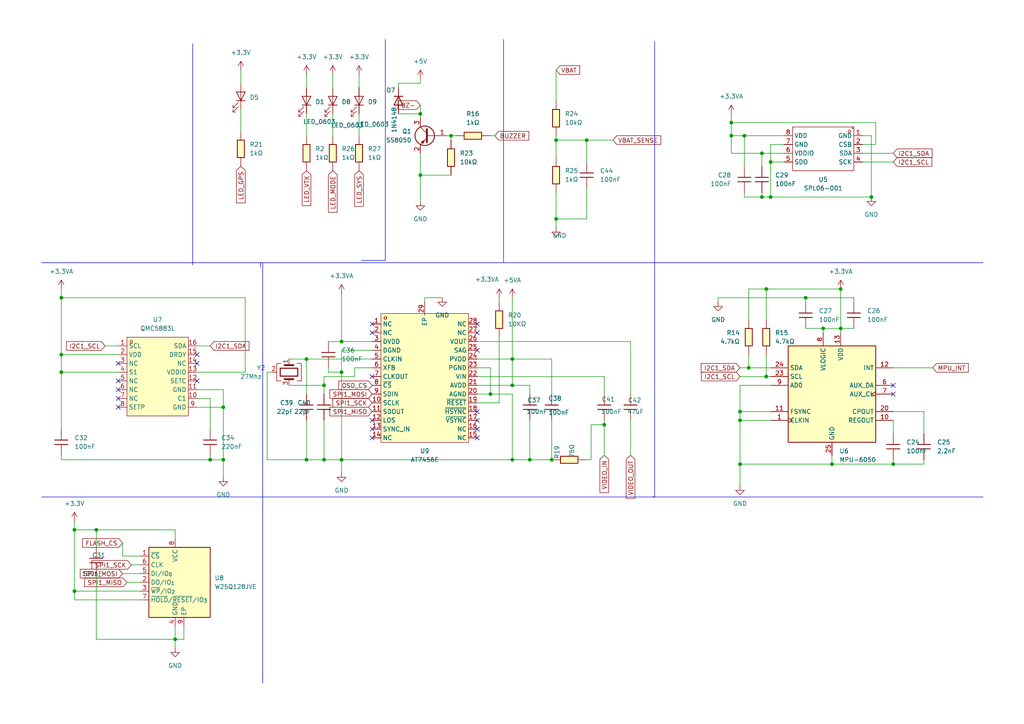
<source format=kicad_sch>
(kicad_sch (version 20250114) (generator "eeschema") (generator_version "9.0")
  (paper "A4")
  (lib_symbols
    (symbol "Device:Crystal_GND24" (pin_names (offset 1.016) (hide yes))
      (property "Reference" "Y" (at 3.175 5.08 0))
      (property "Value" "Crystal_GND24" (at 3.175 3.175 0))
      (symbol "Crystal_GND24_0_1"
        (polyline (pts (xy -2.54 2.286) (xy -2.54 3.556) (xy 2.54 3.556) (xy 2.54 2.286)))
        (polyline (pts (xy -2.54 0) (xy -2.032 0)))
        (polyline (pts (xy -2.54 -2.286) (xy -2.54 -3.556) (xy 2.54 -3.556) (xy 2.54 -2.286)))
        (polyline (pts (xy -2.032 -1.27) (xy -2.032 1.27)) (stroke (width 0.508)))
        (rectangle (start -1.143 2.54) (end 1.143 -2.54) (stroke (width 0.3048)))
        (polyline (pts (xy 0 -3.81) (xy 0 -3.556)))
        (polyline (pts (xy 2.032 0) (xy 2.54 0)))
        (polyline (pts (xy 2.032 -1.27) (xy 2.032 1.27)) (stroke (width 0.508)))
      )
      (symbol "Crystal_GND24_1_1"
        (pin passive line (at -3.81 0 0) (length 1.27) (name "1") (number "1"))
        (pin passive line (at 0 -5.08 90) (length 1.27) (name "G") (number "2"))
        (pin passive line (at 0 -5.08 90) (length 1.27) (hide yes) (name "G") (number "4"))
        (pin passive line (at 3.81 0 180) (length 1.27) (name "3") (number "3"))
      )
    )
    (symbol "Diode:1N4148" (pin_numbers (hide yes)) (pin_names (hide yes))
      (property "Reference" "D" (at 0 2.54 0))
      (property "Value" "1N4148" (at 0 -2.54 0))
      (symbol "1N4148_0_1"
        (polyline (pts (xy -1.27 1.27) (xy -1.27 -1.27)) (stroke (width 0.254)))
        (polyline (pts (xy 1.27 1.27) (xy 1.27 -1.27) (xy -1.27 0) (xy 1.27 1.27)) (stroke (width 0.254)))
        (polyline (pts (xy 1.27 0) (xy -1.27 0)))
      )
      (symbol "1N4148_1_1"
        (pin passive line (at -3.81 0 0) (length 2.54) (name "K") (number "1"))
        (pin passive line (at 3.81 0 180) (length 2.54) (name "A") (number "2"))
      )
    )
    (symbol "Memory_Flash:W25Q128JVE"
      (property "Reference" "U" (at -6.35 11.43 0))
      (property "Value" "W25Q128JVE" (at 7.62 11.43 0))
      (symbol "W25Q128JVE_0_1"
        (rectangle (start -7.62 10.16) (end 10.16 -10.16) (stroke (width 0.254)) (fill (type background)))
      )
      (symbol "W25Q128JVE_1_1"
        (pin input line (at -10.16 7.62 0) (length 2.54) (name "~{CS}") (number "1"))
        (pin input line (at -10.16 5.08 0) (length 2.54) (name "CLK") (number "6"))
        (pin bidirectional line (at -10.16 2.54 0) (length 2.54) (name "DI/IO_{0}") (number "5"))
        (pin bidirectional line (at -10.16 0 0) (length 2.54) (name "DO/IO_{1}") (number "2"))
        (pin bidirectional line (at -10.16 -2.54 0) (length 2.54) (name "~{WP}/IO_{2}") (number "3"))
        (pin bidirectional line (at -10.16 -5.08 0) (length 2.54) (name "~{HOLD}/~{RESET}/IO_{3}") (number "7"))
        (pin power_in line (at 0 12.7 270) (length 2.54) (name "VCC") (number "8"))
        (pin power_in line (at 0 -12.7 90) (length 2.54) (name "GND") (number "4"))
        (pin passive line (at 2.54 -12.7 90) (length 2.54) (name "EP") (number "9"))
      )
    )
    (symbol "PCM_fab:C_0603" (pin_numbers (hide yes))
      (property "Reference" "C" (at 0.635 2.54 0))
      (property "Value" "C_0603" (at 0.635 -2.54 0))
      (symbol "C_0603_1_1"
        (polyline (pts (xy -1.905 0.635) (xy 1.905 0.635)) (stroke (width 0.25)))
        (polyline (pts (xy -1.905 -0.635) (xy 1.905 -0.635)) (stroke (width 0.25)))
        (pin passive line (at 0 3.81 270) (length 3.175) (name "~") (number "1"))
        (pin passive line (at 0 -3.81 90) (length 3.175) (name "~") (number "2"))
      )
    )
    (symbol "PCM_fab:LED_0603" (pin_numbers (hide yes)) (pin_names (offset 1.016) (hide yes))
      (property "Reference" "D" (at 0 2.54 0))
      (property "Value" "LED_0603" (at 0 -2.54 0))
      (symbol "LED_0603_0_1"
        (polyline (pts (xy -3.048 -0.762) (xy -4.572 -2.286) (xy -3.81 -2.286) (xy -4.572 -2.286) (xy -4.572 -1.524)))
        (polyline (pts (xy -1.778 -0.762) (xy -3.302 -2.286) (xy -2.54 -2.286) (xy -3.302 -2.286) (xy -3.302 -1.524)))
        (polyline (pts (xy -1.27 0) (xy 1.27 0)))
        (polyline (pts (xy -1.27 -1.27) (xy -1.27 1.27)) (stroke (width 0.2032)))
        (polyline (pts (xy 1.27 -1.27) (xy 1.27 1.27) (xy -1.27 0) (xy 1.27 -1.27)) (stroke (width 0.2032)))
      )
      (symbol "LED_0603_1_1"
        (pin passive line (at -3.81 0 0) (length 2.54) (name "K") (number "1"))
        (pin passive line (at 3.81 0 180) (length 2.54) (name "A") (number "2"))
      )
    )
    (symbol "PCM_fab:R_0603" (pin_numbers (hide yes)) (pin_names (offset 0))
      (property "Reference" "R" (at 2.54 0 90))
      (property "Value" "R_0603" (at -2.54 0 90))
      (symbol "R_0603_0_1"
        (rectangle (start -1.016 -2.54) (end 1.016 2.54) (stroke (width 0.254)) (fill (type background)))
      )
      (symbol "R_0603_1_1"
        (pin passive line (at 0 5.08 270) (length 2.54) (name "~") (number "1"))
        (pin passive line (at 0 -5.08 90) (length 2.54) (name "~") (number "2"))
      )
    )
    (symbol "Sensor_Motion:MPU-6050"
      (property "Reference" "U6" (at 2.1433 -16.51 0))
      (property "Value" "MPU-6050" (at 2.1433 -19.05 0))
      (symbol "MPU-6050_0_1"
        (rectangle (start -12.7 13.97) (end 12.7 -13.97) (stroke (width 0.254)) (fill (type background)))
      )
      (symbol "MPU-6050_1_1"
        (pin bidirectional line (at -17.78 7.62 0) (length 5.08) (name "SDA") (number "24"))
        (pin input line (at -17.78 5.08 0) (length 5.08) (name "SCL") (number "23"))
        (pin input line (at -17.78 2.54 0) (length 5.08) (name "AD0") (number "9"))
        (pin input line (at -17.78 -5.08 0) (length 5.08) (name "FSYNC") (number "11"))
        (pin input clock (at -17.78 -7.62 0) (length 5.08) (name "CLKIN") (number "1"))
        (pin no_connect line (at -12.7 12.7 0) (length 2.54) (hide yes) (name "NC") (number "2"))
        (pin no_connect line (at -12.7 10.16 0) (length 2.54) (hide yes) (name "NC") (number "3"))
        (pin no_connect line (at -12.7 0 0) (length 2.54) (hide yes) (name "NC") (number "4"))
        (pin no_connect line (at -12.7 -2.54 0) (length 2.54) (hide yes) (name "NC") (number "5"))
        (pin no_connect line (at -12.7 -10.16 0) (length 2.54) (hide yes) (name "NC") (number "14"))
        (pin power_in line (at -2.54 17.78 270) (length 3.81) (name "VLOGIC") (number "8"))
        (pin power_in line (at 0 -17.78 90) (length 3.81) (name "GND") (number "25"))
        (pin power_in line (at 2.54 17.78 270) (length 3.81) (name "VDD") (number "13"))
        (pin no_connect line (at 12.7 12.7 180) (length 2.54) (hide yes) (name "NC") (number "15"))
        (pin no_connect line (at 12.7 10.16 180) (length 2.54) (hide yes) (name "NC") (number "16"))
        (pin no_connect line (at 12.7 5.08 180) (length 2.54) (hide yes) (name "NC") (number "17"))
        (pin no_connect line (at 12.7 -2.54 180) (length 2.54) (hide yes) (name "RESV") (number "21"))
        (pin no_connect line (at 12.7 -10.16 180) (length 2.54) (hide yes) (name "RESV") (number "19"))
        (pin no_connect line (at 12.7 -12.7 180) (length 2.54) (hide yes) (name "RESV") (number "22"))
        (pin output line (at 17.78 7.62 180) (length 5.08) (name "INT") (number "12"))
        (pin bidirectional line (at 17.78 2.54 180) (length 5.08) (name "AUX_DA") (number "6"))
        (pin output clock (at 17.78 0 180) (length 5.08) (name "AUX_CL") (number "7"))
        (pin passive line (at 17.78 -5.08 180) (length 5.08) (name "CPOUT") (number "20"))
        (pin passive line (at 17.78 -7.62 180) (length 5.08) (name "REGOUT") (number "10"))
      )
    )
    (symbol "Transistor_BJT:SS8550" (pin_names (offset 0) (hide yes))
      (property "Reference" "Q" (at 5.08 1.905 0))
      (property "Value" "SS8550" (at 5.08 0 0))
      (symbol "SS8550_0_1"
        (polyline (pts (xy -2.54 0) (xy 0.635 0)))
        (polyline (pts (xy 0.635 1.905) (xy 0.635 -1.905)) (stroke (width 0.508)))
        (polyline (pts (xy 0.635 0.635) (xy 2.54 2.54)))
        (polyline (pts (xy 0.635 -0.635) (xy 2.54 -2.54)))
        (circle (center 1.27 0) (radius 2.8194) (stroke (width 0.254)))
        (polyline (pts (xy 2.286 -1.778) (xy 1.778 -2.286) (xy 1.27 -1.27) (xy 2.286 -1.778)) (fill (type outline)))
      )
      (symbol "SS8550_1_1"
        (pin input line (at -5.08 0 0) (length 2.54) (name "B") (number "1"))
        (pin passive line (at 2.54 5.08 270) (length 2.54) (name "C") (number "3"))
        (pin passive line (at 2.54 -5.08 90) (length 2.54) (name "E") (number "2"))
      )
    )
    (symbol "easyeda:AT7456E"
      (property "Reference" "U9" (at 0 -19.05 0))
      (property "Value" "AT7456E" (at 0 -21.59 0))
      (symbol "AT7456E_0_1"
        (rectangle (start -12.7 19.56) (end 12.7 -17.78) (fill (type background)))
        (circle (center -11.43 18.29) (radius 0.38))
        (circle (center -11.43 18.29) (radius 0.38))
        (pin unspecified line (at -15.24 16.51 0) (length 2.54) (name "NC") (number "1"))
        (pin unspecified line (at -15.24 13.97 0) (length 2.54) (name "NC") (number "2"))
        (pin unspecified line (at -15.24 11.43 0) (length 2.54) (name "DVDD") (number "3"))
        (pin unspecified line (at -15.24 8.89 0) (length 2.54) (name "DGND") (number "4"))
        (pin unspecified line (at -15.24 6.35 0) (length 2.54) (name "CLKIN") (number "5"))
        (pin unspecified line (at -15.24 3.81 0) (length 2.54) (name "XFB") (number "6"))
        (pin unspecified line (at -15.24 1.27 0) (length 2.54) (name "CLKOUT") (number "7"))
        (pin unspecified line (at -15.24 -1.27 0) (length 2.54) (name "~{CS}") (number "8"))
        (pin unspecified line (at -15.24 -3.81 0) (length 2.54) (name "SDIN") (number "9"))
        (pin unspecified line (at -15.24 -6.35 0) (length 2.54) (name "SCLK") (number "10"))
        (pin unspecified line (at -15.24 -8.89 0) (length 2.54) (name "SDOUT") (number "11"))
        (pin unspecified line (at -15.24 -11.43 0) (length 2.54) (name "LOS") (number "12"))
        (pin unspecified line (at -15.24 -13.97 0) (length 2.54) (name "SYNC_IN") (number "13"))
        (pin unspecified line (at -15.24 -16.51 0) (length 2.54) (name "NC") (number "14"))
        (pin unspecified line (at 0 22.86 270) (length 3.81) (name "EP") (number "29"))
        (pin unspecified line (at 15.24 16.51 180) (length 2.54) (name "NC") (number "28"))
        (pin unspecified line (at 15.24 13.97 180) (length 2.54) (name "NC") (number "27"))
        (pin unspecified line (at 15.24 11.43 180) (length 2.54) (name "VOUT") (number "26"))
        (pin unspecified line (at 15.24 8.89 180) (length 2.54) (name "SAG") (number "25"))
        (pin unspecified line (at 15.24 6.35 180) (length 2.54) (name "PVDD") (number "24"))
        (pin unspecified line (at 15.24 3.81 180) (length 2.54) (name "PGND") (number "23"))
        (pin unspecified line (at 15.24 1.27 180) (length 2.54) (name "VIN") (number "22"))
        (pin unspecified line (at 15.24 -1.27 180) (length 2.54) (name "AVDD") (number "21"))
        (pin unspecified line (at 15.24 -3.81 180) (length 2.54) (name "AGND") (number "20"))
        (pin unspecified line (at 15.24 -6.35 180) (length 2.54) (name "~{RESET}") (number "19"))
        (pin unspecified line (at 15.24 -8.89 180) (length 2.54) (name "~{HSYNC}") (number "18"))
        (pin unspecified line (at 15.24 -11.43 180) (length 2.54) (name "~{VSYNC}") (number "17"))
        (pin unspecified line (at 15.24 -13.97 180) (length 2.54) (name "NC") (number "16"))
        (pin unspecified line (at 15.24 -16.51 180) (length 2.54) (name "NC") (number "15"))
      )
    )
    (symbol "easyeda:QMC5883L"
      (property "Reference" "U7" (at 0 16.51 0))
      (property "Value" "QMC5883L" (at 0 13.97 0))
      (symbol "QMC5883L_0_1"
        (rectangle (start -8.89 11.43) (end 8.89 -11.43) (fill (type background)))
        (circle (center -7.62 10.16) (radius 0.38))
        (pin unspecified line (at -11.43 8.89 0) (length 2.54) (name "SCL") (number "1"))
        (pin unspecified line (at -11.43 6.35 0) (length 2.54) (name "VDD") (number "2"))
        (pin unspecified line (at -11.43 3.81 0) (length 2.54) (name "NC") (number "3"))
        (pin unspecified line (at -11.43 1.27 0) (length 2.54) (name "S1") (number "4"))
        (pin unspecified line (at -11.43 -1.27 0) (length 2.54) (name "NC") (number "5"))
        (pin unspecified line (at -11.43 -3.81 0) (length 2.54) (name "NC") (number "6"))
        (pin unspecified line (at -11.43 -6.35 0) (length 2.54) (name "NC") (number "7"))
        (pin unspecified line (at -11.43 -8.89 0) (length 2.54) (name "SETP") (number "8"))
        (pin unspecified line (at 11.43 8.89 180) (length 2.54) (name "SDA") (number "16"))
        (pin unspecified line (at 11.43 6.35 180) (length 2.54) (name "DRDY") (number "15"))
        (pin unspecified line (at 11.43 3.81 180) (length 2.54) (name "NC") (number "14"))
        (pin unspecified line (at 11.43 1.27 180) (length 2.54) (name "VDDIO") (number "13"))
        (pin unspecified line (at 11.43 -1.27 180) (length 2.54) (name "SETC") (number "12"))
        (pin unspecified line (at 11.43 -3.81 180) (length 2.54) (name "GND") (number "11"))
        (pin unspecified line (at 11.43 -6.35 180) (length 2.54) (name "C1") (number "10"))
        (pin unspecified line (at 11.43 -8.89 180) (length 2.54) (name "GND") (number "9"))
      )
    )
    (symbol "easyeda:SPL06-001"
      (property "Reference" "U5" (at 0 11.43 0))
      (property "Value" "SPL06-001" (at 0 8.89 0))
      (symbol "SPL06-001_0_1"
        (rectangle (start -8.89 6.35) (end -8.38 5.84) (fill (type background)))
        (circle (center -7.62 5.08) (radius 0.38))
      )
      (symbol "SPL06-001_1_1"
        (rectangle (start -8.89 6.35) (end 8.89 -6.35))
        (pin power_in line (at -11.43 3.81 0) (length 2.54) (name "GND") (number "1"))
        (pin input line (at -11.43 1.27 0) (length 2.54) (name "CSB") (number "2"))
        (pin bidirectional line (at -11.43 -1.27 0) (length 2.54) (name "SDA") (number "3"))
        (pin input line (at -11.43 -3.81 0) (length 2.54) (name "SCK") (number "4"))
        (pin power_in line (at 11.43 3.81 180) (length 2.54) (name "VDD") (number "8"))
        (pin power_in line (at 11.43 1.27 180) (length 2.54) (name "GND") (number "7"))
        (pin power_in line (at 11.43 -1.27 180) (length 2.54) (name "VDDIO") (number "6"))
        (pin input line (at 11.43 -3.81 180) (length 2.54) (name "SDO") (number "5"))
      )
    )
    (symbol "power:+3.3V" (power) (pin_numbers (hide yes)) (pin_names (offset 0) (hide yes))
      (property "Value" "+3.3V" (at 0 3.556 0))
      (symbol "+3.3V_0_1"
        (polyline (pts (xy -0.762 1.27) (xy 0 2.54)))
        (polyline (pts (xy 0 2.54) (xy 0.762 1.27)))
        (polyline (pts (xy 0 0) (xy 0 2.54)))
      )
      (symbol "+3.3V_1_1"
        (pin power_in line (at 0 0 90) (length 0) (name "~") (number "1"))
      )
    )
    (symbol "power:+3.3VA" (power) (pin_numbers (hide yes)) (pin_names (offset 0) (hide yes))
      (property "Value" "+3.3VA" (at 0 3.556 0))
      (symbol "+3.3VA_0_1"
        (polyline (pts (xy -0.762 1.27) (xy 0 2.54)))
        (polyline (pts (xy 0 2.54) (xy 0.762 1.27)))
        (polyline (pts (xy 0 0) (xy 0 2.54)))
      )
      (symbol "+3.3VA_1_1"
        (pin power_in line (at 0 0 90) (length 0) (name "~") (number "1"))
      )
    )
    (symbol "power:+5V" (power) (pin_numbers (hide yes)) (pin_names (offset 0) (hide yes))
      (property "Value" "+5V" (at 0 3.556 0))
      (symbol "+5V_0_1"
        (polyline (pts (xy -0.762 1.27) (xy 0 2.54)))
        (polyline (pts (xy 0 2.54) (xy 0.762 1.27)))
        (polyline (pts (xy 0 0) (xy 0 2.54)))
      )
      (symbol "+5V_1_1"
        (pin power_in line (at 0 0 90) (length 0) (name "~") (number "1"))
      )
    )
    (symbol "power:+5VA" (power) (pin_numbers (hide yes)) (pin_names (offset 0) (hide yes))
      (property "Value" "+5VA" (at 0 3.556 0))
      (symbol "+5VA_0_1"
        (polyline (pts (xy -0.762 1.27) (xy 0 2.54)))
        (polyline (pts (xy 0 2.54) (xy 0.762 1.27)))
        (polyline (pts (xy 0 0) (xy 0 2.54)))
      )
      (symbol "+5VA_1_1"
        (pin power_in line (at 0 0 90) (length 0) (name "~") (number "1"))
      )
    )
    (symbol "power:GND" (power) (pin_numbers (hide yes)) (pin_names (offset 0) (hide yes))
      (property "Value" "GND" (at 0 -3.81 0))
      (symbol "GND_0_1"
        (polyline (pts (xy 0 0) (xy 0 -1.27) (xy 1.27 -1.27) (xy 0 -2.54) (xy -1.27 -1.27) (xy 0 -1.27)))
      )
      (symbol "GND_1_1"
        (pin power_in line (at 0 0 270) (length 0) (name "~") (number "1"))
      )
    )
  )
  (junction (at 215.9 39.37))
  (junction (at 222.25 109.22))
  (junction (at 222.25 83.82))
  (junction (at 214.63 134.62))
  (junction (at 243.84 83.82))
  (junction (at 241.3 134.62))
  (junction (at 175.26 123.19))
  (junction (at 99.06 99.06))
  (junction (at 130.81 39.37))
  (junction (at 121.92 50.8))
  (junction (at 223.52 46.99))
  (junction (at 60.96 133.35))
  (junction (at 238.76 95.25))
  (junction (at 27.94 153.67))
  (junction (at 220.98 57.15))
  (junction (at 170.18 40.64))
  (junction (at 93.98 111.76))
  (junction (at 21.59 171.45))
  (junction (at 17.78 86.36))
  (junction (at 223.52 57.15))
  (junction (at 153.67 133.35))
  (junction (at 21.59 153.67))
  (junction (at 142.24 114.3))
  (junction (at 161.29 63.5))
  (junction (at 212.09 39.37))
  (junction (at 243.84 95.25))
  (junction (at 214.63 121.92))
  (junction (at 99.06 133.35))
  (junction (at 259.08 134.62))
  (junction (at 50.8 185.42))
  (junction (at 212.09 35.56))
  (junction (at 88.9 104.14))
  (junction (at 148.59 104.14))
  (junction (at 17.78 107.95))
  (junction (at 148.59 111.76))
  (junction (at 17.78 102.87))
  (junction (at 161.29 40.64))
  (junction (at 148.59 133.35))
  (junction (at 64.77 133.35))
  (junction (at 64.77 118.11))
  (junction (at 252.73 57.15))
  (junction (at 217.17 106.68))
  (junction (at 214.63 119.38))
  (junction (at 220.98 44.45))
  (junction (at 121.92 33.02))
  (junction (at 88.9 133.35))
  (junction (at 233.68 86.36))
  (junction (at 160.02 133.35))
  (junction (at 99.06 107.95))
  (junction (at 93.98 133.35))
  (no_connect (at 34.29 110.49))
  (no_connect (at 138.43 96.52))
  (no_connect (at 107.95 96.52))
  (no_connect (at 138.43 127))
  (no_connect (at 138.43 121.92))
  (no_connect (at 34.29 105.41))
  (no_connect (at 57.15 110.49))
  (no_connect (at 57.15 102.87))
  (no_connect (at 34.29 113.03))
  (no_connect (at 107.95 127))
  (no_connect (at 107.95 124.46))
  (no_connect (at 107.95 109.22))
  (no_connect (at 259.08 111.76))
  (no_connect (at 138.43 101.6))
  (no_connect (at 138.43 124.46))
  (no_connect (at 107.95 121.92))
  (no_connect (at 138.43 93.98))
  (no_connect (at 57.15 105.41))
  (no_connect (at 259.08 114.3))
  (no_connect (at 34.29 118.11))
  (no_connect (at 138.43 119.38))
  (no_connect (at 34.29 115.57))
  (no_connect (at 107.95 93.98))
  (wire (pts (xy 161.29 63.5) (xy 161.29 66.04)))
  (wire (pts (xy 138.43 109.22) (xy 175.26 109.22)))
  (wire (pts (xy 208.28 87.63) (xy 208.28 86.36)))
  (wire (pts (xy 247.65 86.36) (xy 247.65 87.63)))
  (wire (pts (xy 144.78 86.36) (xy 144.78 87.63)))
  (wire (pts (xy 243.84 83.82) (xy 243.84 95.25)))
  (wire (pts (xy 254 41.91) (xy 254 35.56)))
  (wire (pts (xy 144.78 116.84) (xy 138.43 116.84)))
  (wire (pts (xy 88.9 104.14) (xy 107.95 104.14)))
  (wire (pts (xy 148.59 104.14) (xy 160.02 104.14)))
  (wire (pts (xy 212.09 33.02) (xy 212.09 35.56)))
  (wire (pts (xy 99.06 133.35) (xy 99.06 137.16)))
  (wire (pts (xy 27.94 185.42) (xy 50.8 185.42)))
  (wire (pts (xy 17.78 124.46) (xy 17.78 107.95)))
  (wire (pts (xy 212.09 39.37) (xy 215.9 39.37)))
  (wire (pts (xy 83.82 111.76) (xy 93.98 111.76)))
  (wire (pts (xy 17.78 133.35) (xy 60.96 133.35)))
  (polyline (pts (xy 12.065 144.145) (xy 76.2 144.145)))
  (wire (pts (xy 223.52 57.15) (xy 252.73 57.15)))
  (wire (pts (xy 50.8 181.61) (xy 50.8 185.42)))
  (wire (pts (xy 250.19 41.91) (xy 254 41.91)))
  (wire (pts (xy 222.25 83.82) (xy 222.25 92.71)))
  (polyline (pts (xy 199.39 76.2) (xy 281.94 76.2)))
  (wire (pts (xy 259.08 134.62) (xy 241.3 134.62)))
  (wire (pts (xy 57.15 100.33) (xy 60.96 100.33)))
  (wire (pts (xy 121.92 30.48) (xy 121.92 33.02)))
  (wire (pts (xy 83.82 104.14) (xy 88.9 104.14)))
  (wire (pts (xy 267.97 134.62) (xy 267.97 133.35)))
  (wire (pts (xy 53.34 185.42) (xy 50.8 185.42)))
  (wire (pts (xy 57.15 113.03) (xy 64.77 113.03)))
  (wire (pts (xy 143.51 39.37) (xy 142.24 39.37)))
  (wire (pts (xy 217.17 83.82) (xy 217.17 92.71)))
  (wire (pts (xy 161.29 29.21) (xy 161.29 20.32)))
  (wire (pts (xy 35.56 166.37) (xy 40.64 166.37)))
  (wire (pts (xy 252.73 39.37) (xy 252.73 57.15)))
  (wire (pts (xy 96.52 21.59) (xy 96.52 25.4)))
  (wire (pts (xy 17.78 86.36) (xy 17.78 102.87)))
  (wire (pts (xy 215.9 55.88) (xy 215.9 57.15)))
  (wire (pts (xy 107.95 106.68) (xy 102.87 106.68)))
  (wire (pts (xy 121.92 50.8) (xy 121.92 58.42)))
  (wire (pts (xy 57.15 107.95) (xy 71.12 107.95)))
  (wire (pts (xy 96.52 39.37) (xy 96.52 33.02)))
  (wire (pts (xy 36.83 168.91) (xy 40.64 168.91)))
  (wire (pts (xy 21.59 153.67) (xy 21.59 151.13)))
  (wire (pts (xy 35.56 157.48) (xy 35.56 161.29)))
  (wire (pts (xy 259.08 106.68) (xy 270.51 106.68)))
  (wire (pts (xy 115.57 25.4) (xy 115.57 24.13)))
  (wire (pts (xy 30.48 100.33) (xy 34.29 100.33)))
  (wire (pts (xy 107.95 101.6) (xy 99.06 101.6)))
  (wire (pts (xy 247.65 86.36) (xy 233.68 86.36)))
  (wire (pts (xy 60.96 115.57) (xy 57.15 115.57)))
  (wire (pts (xy 21.59 153.67) (xy 27.94 153.67)))
  (wire (pts (xy 93.98 114.3) (xy 93.98 111.76)))
  (wire (pts (xy 214.63 121.92) (xy 223.52 121.92)))
  (wire (pts (xy 104.14 21.59) (xy 104.14 25.4)))
  (wire (pts (xy 64.77 133.35) (xy 64.77 138.43)))
  (wire (pts (xy 160.02 104.14) (xy 160.02 114.3)))
  (wire (pts (xy 222.25 83.82) (xy 243.84 83.82)))
  (wire (pts (xy 102.87 106.68) (xy 102.87 109.22)))
  (wire (pts (xy 138.43 104.14) (xy 148.59 104.14)))
  (wire (pts (xy 217.17 106.68) (xy 223.52 106.68)))
  (wire (pts (xy 17.78 86.36) (xy 71.12 86.36)))
  (wire (pts (xy 17.78 102.87) (xy 34.29 102.87)))
  (polyline (pts (xy 189.865 144.145) (xy 189.865 76.2)))
  (wire (pts (xy 220.98 55.88) (xy 220.98 57.15)))
  (polyline (pts (xy 75.565 76.2) (xy 75.565 77.47)))
  (wire (pts (xy 220.98 44.45) (xy 212.09 44.45)))
  (wire (pts (xy 69.85 38.1) (xy 69.85 31.75)))
  (wire (pts (xy 123.19 87.63) (xy 123.19 86.36)))
  (wire (pts (xy 259.08 134.62) (xy 267.97 134.62)))
  (wire (pts (xy 208.28 86.36) (xy 233.68 86.36)))
  (wire (pts (xy 153.67 133.35) (xy 160.02 133.35)))
  (wire (pts (xy 129.54 39.37) (xy 130.81 39.37)))
  (wire (pts (xy 138.43 99.06) (xy 182.88 99.06)))
  (wire (pts (xy 259.08 44.45) (xy 250.19 44.45)))
  (wire (pts (xy 102.87 109.22) (xy 93.98 109.22)))
  (wire (pts (xy 130.81 39.37) (xy 130.81 40.64)))
  (wire (pts (xy 214.63 109.22) (xy 222.25 109.22)))
  (wire (pts (xy 40.64 171.45) (xy 21.59 171.45)))
  (wire (pts (xy 93.98 121.92) (xy 93.98 133.35)))
  (wire (pts (xy 104.14 39.37) (xy 104.14 33.02)))
  (wire (pts (xy 78.74 107.95) (xy 77.47 107.95)))
  (polyline (pts (xy 189.865 76.2) (xy 285.115 76.2)))
  (wire (pts (xy 88.9 104.14) (xy 88.9 114.3)))
  (wire (pts (xy 60.96 124.46) (xy 60.96 115.57)))
  (wire (pts (xy 148.59 114.3) (xy 148.59 133.35)))
  (wire (pts (xy 17.78 107.95) (xy 34.29 107.95)))
  (wire (pts (xy 27.94 166.37) (xy 27.94 185.42)))
  (wire (pts (xy 220.98 57.15) (xy 223.52 57.15)))
  (wire (pts (xy 144.78 97.79) (xy 144.78 116.84)))
  (wire (pts (xy 223.52 46.99) (xy 227.33 46.99)))
  (wire (pts (xy 250.19 39.37) (xy 252.73 39.37)))
  (wire (pts (xy 259.08 133.35) (xy 259.08 134.62)))
  (wire (pts (xy 107.95 99.06) (xy 99.06 99.06)))
  (wire (pts (xy 95.25 99.06) (xy 99.06 99.06)))
  (polyline (pts (xy 12.065 76.2) (xy 76.2 76.2)))
  (wire (pts (xy 241.3 134.62) (xy 241.3 132.08)))
  (polyline (pts (xy 189.865 76.2) (xy 199.39 76.2)))
  (wire (pts (xy 77.47 107.95) (xy 77.47 133.35)))
  (polyline (pts (xy 76.2 144.145) (xy 76.2 76.2)))
  (wire (pts (xy 64.77 118.11) (xy 64.77 133.35)))
  (polyline (pts (xy 111.76 75.565) (xy 104.775 75.565)))
  (wire (pts (xy 214.63 134.62) (xy 241.3 134.62)))
  (wire (pts (xy 123.19 86.36) (xy 128.27 86.36)))
  (wire (pts (xy 214.63 106.68) (xy 217.17 106.68)))
  (wire (pts (xy 53.34 181.61) (xy 53.34 185.42)))
  (wire (pts (xy 259.08 121.92) (xy 259.08 125.73)))
  (wire (pts (xy 182.88 132.08) (xy 182.88 121.92)))
  (wire (pts (xy 77.47 133.35) (xy 88.9 133.35)))
  (wire (pts (xy 170.18 63.5) (xy 161.29 63.5)))
  (wire (pts (xy 17.78 107.95) (xy 17.78 102.87)))
  (polyline (pts (xy 146.05 76.2) (xy 146.685 76.2)))
  (wire (pts (xy 115.57 24.13) (xy 121.92 24.13)))
  (wire (pts (xy 138.43 106.68) (xy 142.24 106.68)))
  (wire (pts (xy 35.56 161.29) (xy 40.64 161.29)))
  (wire (pts (xy 175.26 109.22) (xy 175.26 114.3)))
  (wire (pts (xy 153.67 111.76) (xy 153.67 114.3)))
  (wire (pts (xy 99.06 107.95) (xy 99.06 133.35)))
  (wire (pts (xy 38.1 163.83) (xy 40.64 163.83)))
  (wire (pts (xy 142.24 114.3) (xy 148.59 114.3)))
  (wire (pts (xy 99.06 101.6) (xy 99.06 107.95)))
  (wire (pts (xy 233.68 86.36) (xy 233.68 87.63)))
  (wire (pts (xy 212.09 35.56) (xy 212.09 39.37)))
  (wire (pts (xy 220.98 44.45) (xy 227.33 44.45)))
  (wire (pts (xy 160.02 133.35) (xy 160.02 121.92)))
  (wire (pts (xy 132.08 39.37) (xy 130.81 39.37)))
  (wire (pts (xy 215.9 57.15) (xy 220.98 57.15)))
  (wire (pts (xy 212.09 44.45) (xy 212.09 39.37)))
  (wire (pts (xy 93.98 133.35) (xy 99.06 133.35)))
  (wire (pts (xy 121.92 50.8) (xy 130.81 50.8)))
  (wire (pts (xy 259.08 46.99) (xy 250.19 46.99)))
  (wire (pts (xy 57.15 118.11) (xy 64.77 118.11)))
  (wire (pts (xy 27.94 158.75) (xy 27.94 153.67)))
  (wire (pts (xy 217.17 83.82) (xy 222.25 83.82)))
  (wire (pts (xy 233.68 95.25) (xy 238.76 95.25)))
  (wire (pts (xy 222.25 102.87) (xy 222.25 109.22)))
  (wire (pts (xy 214.63 111.76) (xy 214.63 119.38)))
  (wire (pts (xy 182.88 99.06) (xy 182.88 114.3)))
  (wire (pts (xy 161.29 55.88) (xy 161.29 63.5)))
  (wire (pts (xy 21.59 153.67) (xy 21.59 171.45)))
  (wire (pts (xy 138.43 111.76) (xy 148.59 111.76)))
  (wire (pts (xy 215.9 39.37) (xy 227.33 39.37)))
  (wire (pts (xy 220.98 44.45) (xy 220.98 48.26)))
  (wire (pts (xy 93.98 111.76) (xy 93.98 109.22)))
  (wire (pts (xy 60.96 132.08) (xy 60.96 133.35)))
  (wire (pts (xy 121.92 44.45) (xy 121.92 50.8)))
  (wire (pts (xy 95.25 107.95) (xy 99.06 107.95)))
  (wire (pts (xy 21.59 171.45) (xy 21.59 173.99)))
  (wire (pts (xy 223.52 111.76) (xy 214.63 111.76)))
  (wire (pts (xy 171.45 133.35) (xy 171.45 123.19)))
  (polyline (pts (xy 146.05 11.43) (xy 146.05 76.2)))
  (wire (pts (xy 212.09 35.56) (xy 254 35.56)))
  (wire (pts (xy 247.65 95.25) (xy 243.84 95.25)))
  (wire (pts (xy 243.84 95.25) (xy 243.84 96.52)))
  (wire (pts (xy 170.18 133.35) (xy 171.45 133.35)))
  (wire (pts (xy 88.9 133.35) (xy 93.98 133.35)))
  (wire (pts (xy 214.63 121.92) (xy 214.63 134.62)))
  (wire (pts (xy 121.92 33.02) (xy 121.92 34.29)))
  (wire (pts (xy 148.59 104.14) (xy 148.59 111.76)))
  (wire (pts (xy 69.85 20.32) (xy 69.85 24.13)))
  (wire (pts (xy 64.77 113.03) (xy 64.77 118.11)))
  (wire (pts (xy 170.18 40.64) (xy 170.18 46.99)))
  (wire (pts (xy 170.18 40.64) (xy 177.8 40.64)))
  (wire (pts (xy 17.78 132.08) (xy 17.78 133.35)))
  (wire (pts (xy 121.92 22.86) (xy 121.92 24.13)))
  (wire (pts (xy 95.25 106.68) (xy 95.25 107.95)))
  (wire (pts (xy 214.63 119.38) (xy 223.52 119.38)))
  (wire (pts (xy 50.8 153.67) (xy 50.8 156.21)))
  (wire (pts (xy 148.59 133.35) (xy 99.06 133.35)))
  (wire (pts (xy 267.97 119.38) (xy 267.97 125.73)))
  (wire (pts (xy 99.06 99.06) (xy 99.06 85.09)))
  (wire (pts (xy 222.25 109.22) (xy 223.52 109.22)))
  (wire (pts (xy 170.18 54.61) (xy 170.18 63.5)))
  (wire (pts (xy 50.8 185.42) (xy 50.8 187.96)))
  (wire (pts (xy 148.59 111.76) (xy 153.67 111.76)))
  (wire (pts (xy 214.63 140.97) (xy 214.63 134.62)))
  (wire (pts (xy 259.08 119.38) (xy 267.97 119.38)))
  (wire (pts (xy 138.43 114.3) (xy 142.24 114.3)))
  (wire (pts (xy 27.94 153.67) (xy 50.8 153.67)))
  (wire (pts (xy 238.76 96.52) (xy 238.76 95.25)))
  (wire (pts (xy 217.17 102.87) (xy 217.17 106.68)))
  (wire (pts (xy 88.9 121.92) (xy 88.9 133.35)))
  (wire (pts (xy 170.18 40.64) (xy 161.29 40.64)))
  (wire (pts (xy 153.67 121.92) (xy 153.67 133.35)))
  (wire (pts (xy 88.9 39.37) (xy 88.9 33.02)))
  (wire (pts (xy 175.26 123.19) (xy 175.26 132.08)))
  (wire (pts (xy 161.29 40.64) (xy 161.29 39.37)))
  (wire (pts (xy 214.63 119.38) (xy 214.63 121.92)))
  (wire (pts (xy 148.59 86.36) (xy 148.59 104.14)))
  (wire (pts (xy 17.78 83.82) (xy 17.78 86.36)))
  (wire (pts (xy 161.29 45.72) (xy 161.29 40.64)))
  (wire (pts (xy 238.76 95.25) (xy 243.84 95.25)))
  (polyline (pts (xy 189.23 144.145) (xy 285.115 144.145)))
  (wire (pts (xy 60.96 133.35) (xy 64.77 133.35)))
  (wire (pts (xy 115.57 33.02) (xy 121.92 33.02)))
  (polyline (pts (xy 189.865 12.065) (xy 189.865 76.2)))
  (polyline (pts (xy 189.865 76.2) (xy 75.565 76.2)))
  (wire (pts (xy 71.12 107.95) (xy 71.12 86.36)))
  (wire (pts (xy 223.52 46.99) (xy 223.52 57.15)))
  (polyline (pts (xy 111.76 11.43) (xy 111.76 75.565)))
  (wire (pts (xy 40.64 173.99) (xy 21.59 173.99)))
  (wire (pts (xy 223.52 41.91) (xy 223.52 46.99)))
  (polyline (pts (xy 76.2 144.145) (xy 189.865 144.145)))
  (polyline (pts (xy 76.2 144.145) (xy 76.2 198.12)))
  (wire (pts (xy 215.9 48.26) (xy 215.9 39.37)))
  (wire (pts (xy 88.9 21.59) (xy 88.9 25.4)))
  (wire (pts (xy 171.45 123.19) (xy 175.26 123.19)))
  (polyline (pts (xy 55.88 12.7) (xy 55.88 76.835)))
  (wire (pts (xy 142.24 106.68) (xy 142.24 114.3)))
  (wire (pts (xy 175.26 121.92) (xy 175.26 123.19)))
  (wire (pts (xy 227.33 41.91) (xy 223.52 41.91)))
  (wire (pts (xy 148.59 133.35) (xy 153.67 133.35)))
  (global_label "LED_SYS" (shape input) (at 104.14 49.53 270) (property "Intersheetrefs" "${INTERSHEET_REFS}" (effects (hide yes))))
  (global_label "VIDEO_IN" (shape input) (at 175.26 132.08 270) (property "Intersheetrefs" "${INTERSHEET_REFS}" (effects (hide yes))))
  (global_label "SPI1_MOSI" (shape input) (at 107.95 114.3 180) (property "Intersheetrefs" "${INTERSHEET_REFS}" (effects (hide yes))))
  (global_label "SPI1_SCK" (shape input) (at 107.95 116.84 180) (property "Intersheetrefs" "${INTERSHEET_REFS}" (effects (hide yes))))
  (global_label "FLASH_CS" (shape input) (at 35.56 157.48 180) (property "Intersheetrefs" "${INTERSHEET_REFS}" (effects (hide yes))))
  (global_label "MPU_INT" (shape input) (at 270.51 106.68 0) (property "Intersheetrefs" "${INTERSHEET_REFS}" (effects (hide yes))))
  (global_label "SPI1_MISO" (shape input) (at 36.83 168.91 180) (property "Intersheetrefs" "${INTERSHEET_REFS}" (effects (hide yes))))
  (global_label "OSD_CS" (shape input) (at 107.95 111.76 180) (property "Intersheetrefs" "${INTERSHEET_REFS}" (effects (hide yes))))
  (global_label "LED_GPS" (shape input) (at 69.85 48.26 270) (property "Intersheetrefs" "${INTERSHEET_REFS}" (effects (hide yes))))
  (global_label "I2C1_SCL" (shape input) (at 214.63 109.22 180) (property "Intersheetrefs" "${INTERSHEET_REFS}" (effects (hide yes))))
  (global_label "SPI1_MISO" (shape input) (at 107.95 119.38 180) (property "Intersheetrefs" "${INTERSHEET_REFS}" (effects (hide yes))))
  (global_label "LED_MODE" (shape input) (at 96.52 49.53 270) (property "Intersheetrefs" "${INTERSHEET_REFS}" (effects (hide yes))))
  (global_label "VBAT" (shape input) (at 161.29 20.32 0) (property "Intersheetrefs" "${INTERSHEET_REFS}" (effects (hide yes))))
  (global_label "VIDEO_OUT" (shape input) (at 182.88 132.08 270) (property "Intersheetrefs" "${INTERSHEET_REFS}" (effects (hide yes))))
  (global_label "SPI1_MOSI" (shape input) (at 35.56 166.37 180) (property "Intersheetrefs" "${INTERSHEET_REFS}" (effects (hide yes))))
  (global_label "LED_VTX" (shape input) (at 88.9 49.53 270) (property "Intersheetrefs" "${INTERSHEET_REFS}" (effects (hide yes))))
  (global_label "I2C1_SDA" (shape input) (at 259.08 44.45 0) (property "Intersheetrefs" "${INTERSHEET_REFS}" (effects (hide yes))))
  (global_label "SPI1_SCK" (shape input) (at 38.1 163.83 180) (property "Intersheetrefs" "${INTERSHEET_REFS}" (effects (hide yes))))
  (global_label "I2C1_SDA" (shape input) (at 60.96 100.33 0) (property "Intersheetrefs" "${INTERSHEET_REFS}" (effects (hide yes))))
  (global_label "I2C1_SCL" (shape input) (at 30.48 100.33 180) (property "Intersheetrefs" "${INTERSHEET_REFS}" (effects (hide yes))))
  (global_label "I2C1_SCL" (shape input) (at 259.08 46.99 0) (property "Intersheetrefs" "${INTERSHEET_REFS}" (effects (hide yes))))
  (global_label "BZ-" (shape input) (at 121.92 30.48 180) (property "Intersheetrefs" "${INTERSHEET_REFS}" (effects (hide yes))))
  (global_label "BUZZER" (shape input) (at 143.51 39.37 0) (property "Intersheetrefs" "${INTERSHEET_REFS}" (effects (hide yes))))
  (global_label "I2C1_SDA" (shape input) (at 214.63 106.68 180) (property "Intersheetrefs" "${INTERSHEET_REFS}" (effects (hide yes))))
  (global_label "VBAT_SENSE" (shape input) (at 177.8 40.64 0) (property "Intersheetrefs" "${INTERSHEET_REFS}" (effects (hide yes))))
  (symbol (lib_id "power:+3.3V") (at 21.59 151.13 0) (unit 1)
    (property "Reference" "#PWR039" (effects (hide yes)))
    (property "Value" "+3.3V" (at 21.59 146.05 0))
    (property "Description" "Power symbol creates a global label with name \"+3.3V\"" (effects (hide yes)))
  )
  (symbol (lib_id "PCM_fab:C_0603") (at 160.02 118.11 0) (unit 1)
    (property "Reference" "C38" (at 159.004 115.57 0) (effects (justify left)))
    (property "Value" "100nF" (at 159.004 119.634 0) (effects (justify left)))
    (property "Footprint" "PCM_fab:C_0603" (effects (hide yes)))
    (property "Datasheet" "https://www.yageo.com/upload/media/product/productsearch/datasheet/mlcc/UPY-GP_NP0_16V-to-50V_18.pdf" (effects (hide yes)))
    (property "Description" "Unpolarized capacitor, SMD, 1206" (effects (hide yes)))
  )
  (symbol (lib_id "power:+5VA") (at 148.59 86.36 0) (unit 1)
    (property "Reference" "#PWR044" (effects (hide yes)))
    (property "Value" "+5VA" (at 148.59 81.28 0))
    (property "Description" "Power symbol creates a global label with name \"+5VA\"" (effects (hide yes)))
  )
  (symbol (lib_id "PCM_fab:C_0603") (at 170.18 50.8 0) (unit 1)
    (property "Reference" "C44" (at 173.99 49.5299 0) (effects (justify left)))
    (property "Value" "100nF" (at 173.99 52.0699 0) (effects (justify left)))
    (property "Footprint" "PCM_fab:C_0603" (effects (hide yes)))
    (property "Datasheet" "https://www.yageo.com/upload/media/product/productsearch/datasheet/mlcc/UPY-GP_NP0_16V-to-50V_18.pdf" (effects (hide yes)))
    (property "Description" "Unpolarized capacitor, SMD, 1206" (effects (hide yes)))
  )
  (symbol (lib_id "power:GND") (at 252.73 57.15 0) (unit 1)
    (property "Reference" "#PWR026" (effects (hide yes)))
    (property "Value" "GND" (at 252.73 62.23 0))
    (property "Description" "Power symbol creates a global label with name \"GND\" , ground" (effects (hide yes)))
  )
  (symbol (lib_id "power:+3.3V") (at 88.9 21.59 0) (unit 1)
    (property "Reference" "#PWR056" (effects (hide yes)))
    (property "Value" "+3.3V" (at 88.9 16.51 0))
    (property "Description" "Power symbol creates a global label with name \"+3.3V\"" (effects (hide yes)))
  )
  (symbol (lib_id "power:+3.3VA") (at 243.84 83.82 0) (unit 1)
    (property "Reference" "#PWR028" (effects (hide yes)))
    (property "Value" "+3.3VA" (at 243.84 78.74 0))
    (property "Description" "Power symbol creates a global label with name \"+3.3VA\"" (effects (hide yes)))
  )
  (symbol (lib_id "PCM_fab:R_0603") (at 88.9 44.45 0) (unit 1)
    (property "Reference" "R2" (at 91.44 43.1799 0) (effects (justify left)))
    (property "Value" "1kΩ" (at 91.44 45.7199 0) (effects (justify left)))
    (property "Footprint" "PCM_fab:R_0603" (effects (hide yes)))
    (property "Description" "Resistor" (effects (hide yes)))
  )
  (symbol (lib_id "Memory_Flash:W25Q128JVE") (at 50.8 168.91 0) (unit 1)
    (property "Reference" "U8" (at 62.23 167.6399 0) (effects (justify left)))
    (property "Value" "W25Q128JVE" (at 62.23 170.1799 0) (effects (justify left)))
    (property "Footprint" "Package_SON:WSON-8-1EP_8x6mm_P1.27mm_EP3.4x4.3mm" (effects (hide yes)))
    (property "Datasheet" "https://www.winbond.com/resource-files/w25q128jv_dtr%20revc%2003272018%20plus.pdf" (effects (hide yes)))
    (property "Description" "128Mbit / 16MiB Serial Flash Memory, Standard/Dual/Quad SPI, 2.7-3.6V, WSON-8" (effects (hide yes)))
  )
  (symbol (lib_id "easyeda:QMC5883L") (at 45.72 109.22 0) (unit 1)
    (property "Reference" "U7" (at 45.72 92.71 0))
    (property "Value" "QMC5883L" (at 45.72 95.25 0))
    (property "Footprint" "easyeda:LGA-16_L3.0-W3.0-P0.50-BL_SQ" (effects (hide yes)))
    (property "LCSC Part" "C976032" (effects (hide yes)))
  )
  (symbol (lib_id "power:+3.3VA") (at 99.06 85.09 0) (unit 1)
    (property "Reference" "#PWR041" (effects (hide yes)))
    (property "Value" "+3.3VA" (at 99.06 80.01 0))
    (property "Description" "Power symbol creates a global label with name \"+3.3VA\"" (effects (hide yes)))
  )
  (symbol (lib_id "power:GND") (at 208.28 87.63 0) (unit 1)
    (property "Reference" "#PWR029" (effects (hide yes)))
    (property "Value" "GND" (at 208.28 92.71 0))
    (property "Description" "Power symbol creates a global label with name \"GND\" , ground" (effects (hide yes)))
  )
  (symbol (lib_id "Transistor_BJT:SS8550") (at 124.46 39.37 0) (mirror y) (unit 1)
    (property "Reference" "Q1" (at 119.38 38.0999 0) (effects (justify left)))
    (property "Value" "SS8050" (at 119.38 40.6399 0) (effects (justify left)))
    (property "Footprint" "Package_TO_SOT_SMD:SOT-23" (effects (hide yes)))
    (property "Datasheet" "http://www.secosgmbh.com/datasheet/products/SSMPTransistor/SOT-23/SS8550.pdf" (effects (hide yes)))
    (property "Description" "General Purpose PNP Transistor, 1.5A Ic, 25V Vce, SOT-23" (effects (hide yes)))
    (property "Sim.Device" "PNP" (effects (hide yes)))
    (property "Sim.Pins" "1=B 2=E 3=C" (effects (hide yes)))
  )
  (symbol (lib_id "PCM_fab:R_0603") (at 130.81 45.72 0) (unit 1)
    (property "Reference" "R23" (at 133.35 44.4499 0) (effects (justify left)))
    (property "Value" "10kΩ" (at 133.35 46.9899 0) (effects (justify left)))
    (property "Footprint" "PCM_fab:R_0603" (effects (hide yes)))
    (property "Description" "Resistor" (effects (hide yes)))
  )
  (symbol (lib_id "PCM_fab:C_0603") (at 267.97 129.54 0) (unit 1)
    (property "Reference" "C25" (at 271.78 128.2699 0) (effects (justify left)))
    (property "Value" "2.2nF" (at 271.78 130.8099 0) (effects (justify left)))
    (property "Footprint" "PCM_fab:C_0603" (effects (hide yes)))
    (property "Datasheet" "https://www.yageo.com/upload/media/product/productsearch/datasheet/mlcc/UPY-GP_NP0_16V-to-50V_18.pdf" (effects (hide yes)))
    (property "Description" "Unpolarized capacitor, SMD, 1206" (effects (hide yes)))
  )
  (symbol (lib_id "PCM_fab:LED_0603") (at 104.14 29.21 270) (mirror x) (unit 1)
    (property "Reference" "D9" (at 106.68 29.5401 90) (effects (justify left)))
    (property "Value" "LED_0603" (at 103.378 36.068 90) (effects (justify left)))
    (property "Footprint" "PCM_fab:LED_0603" (effects (hide yes)))
    (property "Datasheet" "https://www.digikey.com/en/products/detail/harvatek-corporation/B1911USD-20D000114U1930/15519991" (effects (hide yes)))
    (property "Description" "Light emitting diode, Lite-On Inc. LTST, SMD" (effects (hide yes)))
  )
  (symbol (lib_id "Device:Crystal_GND24") (at 83.82 107.95 270) (unit 1)
    (property "Reference" "Y2" (at 76.962 106.68 90) (effects (justify right)))
    (property "Value" "27Mhz" (at 75.946 109.22 90) (effects (justify right)))
    (property "Footprint" "Crystal:Crystal_SMD_3225-4Pin_3.2x2.5mm" (effects (hide yes)))
    (property "Description" "Four pin crystal, GND on pins 2 and 4" (effects (hide yes)))
    (property private "KLC_S3.3" "The rectangle is not a symbol body but a graphical element" (effects (hide yes)))
    (property private "KLC_S4.1" "Some pins are on 50mil grid to make the symbol small" (effects (hide yes)))
  )
  (symbol (lib_id "PCM_fab:R_0603") (at 137.16 39.37 90) (unit 1)
    (property "Reference" "R16" (at 137.16 33.02 90))
    (property "Value" "1kΩ" (at 137.16 35.56 90))
    (property "Footprint" "PCM_fab:R_0603" (effects (hide yes)))
    (property "Description" "Resistor" (effects (hide yes)))
  )
  (symbol (lib_id "PCM_fab:C_0603") (at 215.9 52.07 0) (unit 1)
    (property "Reference" "C28" (at 212.09 50.7999 0) (effects (justify right)))
    (property "Value" "100nF" (at 212.09 53.3399 0) (effects (justify right)))
    (property "Footprint" "PCM_fab:C_0603" (effects (hide yes)))
    (property "Datasheet" "https://www.yageo.com/upload/media/product/productsearch/datasheet/mlcc/UPY-GP_NP0_16V-to-50V_18.pdf" (effects (hide yes)))
    (property "Description" "Unpolarized capacitor, SMD, 1206" (effects (hide yes)))
  )
  (symbol (lib_id "PCM_fab:R_0603") (at 144.78 92.71 0) (unit 1)
    (property "Reference" "R20" (at 147.32 91.4399 0) (effects (justify left)))
    (property "Value" "10KΩ" (at 147.32 93.9799 0) (effects (justify left)))
    (property "Footprint" "PCM_fab:R_0603" (effects (hide yes)))
    (property "Description" "Resistor" (effects (hide yes)))
  )
  (symbol (lib_id "easyeda:AT7456E") (at 123.19 110.49 0) (unit 1)
    (property "Reference" "U9" (at 123.19 130.81 0))
    (property "Value" "AT7456E" (at 123.19 133.35 0))
    (property "Footprint" "easyeda:TSSOP-28_L9.7-W4.4-P0.65-LS6.4-BL-EP-2" (effects (hide yes)))
    (property "Datasheet" "https://lcsc.com/product-detail/Analog-ICs_AT7456E_C82351.html" (effects (hide yes)))
    (property "LCSC Part" "C82351" (effects (hide yes)))
  )
  (symbol (lib_id "PCM_fab:C_0603") (at 153.67 118.11 0) (unit 1)
    (property "Reference" "C37" (at 152.908 116.078 0) (effects (justify left)))
    (property "Value" "100nF" (at 152.654 119.38 0) (effects (justify left)))
    (property "Footprint" "PCM_fab:C_0603" (effects (hide yes)))
    (property "Datasheet" "https://www.yageo.com/upload/media/product/productsearch/datasheet/mlcc/UPY-GP_NP0_16V-to-50V_18.pdf" (effects (hide yes)))
    (property "Description" "Unpolarized capacitor, SMD, 1206" (effects (hide yes)))
  )
  (symbol (lib_id "PCM_fab:C_0603") (at 95.25 102.87 0) (unit 1)
    (property "Reference" "C36" (at 99.06 101.5999 0) (effects (justify left)))
    (property "Value" "100nF" (at 99.06 104.1399 0) (effects (justify left)))
    (property "Footprint" "PCM_fab:C_0603" (effects (hide yes)))
    (property "Datasheet" "https://www.yageo.com/upload/media/product/productsearch/datasheet/mlcc/UPY-GP_NP0_16V-to-50V_18.pdf" (effects (hide yes)))
    (property "Description" "Unpolarized capacitor, SMD, 1206" (effects (hide yes)))
  )
  (symbol (lib_id "power:+3.3V") (at 212.09 33.02 0) (unit 1)
    (property "Reference" "#PWR033" (effects (hide yes)))
    (property "Value" "+3.3VA" (at 212.09 27.94 0))
    (property "Description" "Power symbol creates a global label with name \"+3.3V\"" (effects (hide yes)))
  )
  (symbol (lib_id "PCM_fab:R_0603") (at 165.1 133.35 90) (unit 1)
    (property "Reference" "R19" (at 161.544 133.096 0) (effects (justify left)))
    (property "Value" "75Ω" (at 165.862 132.842 0) (effects (justify left)))
    (property "Footprint" "PCM_fab:R_0603" (effects (hide yes)))
    (property "Description" "Resistor" (effects (hide yes)))
  )
  (symbol (lib_id "PCM_fab:LED_0603") (at 69.85 27.94 270) (mirror x) (unit 1)
    (property "Reference" "D5" (at 72.39 28.2701 90) (effects (justify left)))
    (property "Value" "LED_0603" (effects (hide yes)))
    (property "Footprint" "PCM_fab:LED_0603" (effects (hide yes)))
    (property "Datasheet" "https://www.digikey.com/en/products/detail/harvatek-corporation/B1911USD-20D000114U1930/15519991" (effects (hide yes)))
    (property "Description" "Light emitting diode, Lite-On Inc. LTST, SMD" (effects (hide yes)))
  )
  (symbol (lib_id "power:+3.3VA") (at 144.78 86.36 0) (unit 1)
    (property "Reference" "#PWR046" (effects (hide yes)))
    (property "Value" "+3.3VA" (at 141.224 81.026 0))
    (property "Description" "Power symbol creates a global label with name \"+3.3VA\"" (effects (hide yes)))
  )
  (symbol (lib_id "power:+3.3VA") (at 17.78 83.82 0) (unit 1)
    (property "Reference" "#PWR040" (effects (hide yes)))
    (property "Value" "+3.3VA" (at 17.78 78.74 0))
    (property "Description" "Power symbol creates a global label with name \"+3.3VA\"" (effects (hide yes)))
  )
  (symbol (lib_id "PCM_fab:C_0603") (at 247.65 91.44 0) (unit 1)
    (property "Reference" "C26" (at 251.46 90.1699 0) (effects (justify left)))
    (property "Value" "100nF" (at 251.46 92.7099 0) (effects (justify left)))
    (property "Footprint" "PCM_fab:C_0603" (effects (hide yes)))
    (property "Datasheet" "https://www.yageo.com/upload/media/product/productsearch/datasheet/mlcc/UPY-GP_NP0_16V-to-50V_18.pdf" (effects (hide yes)))
    (property "Description" "Unpolarized capacitor, SMD, 1206" (effects (hide yes)))
  )
  (symbol (lib_id "PCM_fab:R_0603") (at 217.17 97.79 180) (unit 1)
    (property "Reference" "R14" (at 214.63 96.5199 0) (effects (justify left)))
    (property "Value" "4.7kΩ" (at 214.63 99.0599 0) (effects (justify left)))
    (property "Footprint" "PCM_fab:R_0603" (effects (hide yes)))
    (property "Description" "Resistor" (effects (hide yes)))
  )
  (symbol (lib_id "power:GND") (at 50.8 187.96 0) (unit 1)
    (property "Reference" "#PWR038" (effects (hide yes)))
    (property "Value" "GND" (at 50.8 193.04 0))
    (property "Description" "Power symbol creates a global label with name \"GND\" , ground" (effects (hide yes)))
  )
  (symbol (lib_id "PCM_fab:R_0603") (at 96.52 44.45 0) (unit 1)
    (property "Reference" "R26" (at 99.06 43.1799 0) (effects (justify left)))
    (property "Value" "1kΩ" (at 99.06 45.7199 0) (effects (justify left)))
    (property "Footprint" "PCM_fab:R_0603" (effects (hide yes)))
    (property "Description" "Resistor" (effects (hide yes)))
  )
  (symbol (lib_id "PCM_fab:R_0603") (at 161.29 34.29 180) (unit 1)
    (property "Reference" "R24" (at 163.83 33.0199 0) (effects (justify right)))
    (property "Value" "10kΩ" (at 163.83 35.5599 0) (effects (justify right)))
    (property "Footprint" "PCM_fab:R_0603" (effects (hide yes)))
    (property "Description" "Resistor" (effects (hide yes)))
  )
  (symbol (lib_id "PCM_fab:C_0603") (at 93.98 118.11 0) (unit 1)
    (property "Reference" "C40" (at 90.17 116.8399 0) (effects (justify right)))
    (property "Value" "22pF" (at 90.17 119.3799 0) (effects (justify right)))
    (property "Footprint" "PCM_fab:C_0603" (effects (hide yes)))
    (property "Datasheet" "https://www.yageo.com/upload/media/product/productsearch/datasheet/mlcc/UPY-GP_NP0_16V-to-50V_18.pdf" (effects (hide yes)))
    (property "Description" "Unpolarized capacitor, SMD, 1206" (effects (hide yes)))
  )
  (symbol (lib_id "power:GND") (at 64.77 138.43 0) (unit 1)
    (property "Reference" "#PWR037" (effects (hide yes)))
    (property "Value" "GND" (at 64.77 143.51 0))
    (property "Description" "Power symbol creates a global label with name \"GND\" , ground" (effects (hide yes)))
  )
  (symbol (lib_id "PCM_fab:R_0603") (at 104.14 44.45 0) (unit 1)
    (property "Reference" "R27" (at 106.68 43.1799 0) (effects (justify left)))
    (property "Value" "1kΩ" (at 106.68 45.7199 0) (effects (justify left)))
    (property "Footprint" "PCM_fab:R_0603" (effects (hide yes)))
    (property "Description" "Resistor" (effects (hide yes)))
  )
  (symbol (lib_id "PCM_fab:R_0603") (at 69.85 43.18 0) (unit 1)
    (property "Reference" "R21" (at 72.39 41.9099 0) (effects (justify left)))
    (property "Value" "1kΩ" (at 72.39 44.4499 0) (effects (justify left)))
    (property "Footprint" "PCM_fab:R_0603" (effects (hide yes)))
    (property "Description" "Resistor" (effects (hide yes)))
  )
  (symbol (lib_id "PCM_fab:LED_0603") (at 96.52 29.21 270) (mirror x) (unit 1)
    (property "Reference" "D8" (at 99.06 29.5401 90) (effects (justify left)))
    (property "Value" "LED_0603" (at 96.012 36.322 90) (effects (justify left)))
    (property "Footprint" "PCM_fab:LED_0603" (effects (hide yes)))
    (property "Datasheet" "https://www.digikey.com/en/products/detail/harvatek-corporation/B1911USD-20D000114U1930/15519991" (effects (hide yes)))
    (property "Description" "Light emitting diode, Lite-On Inc. LTST, SMD" (effects (hide yes)))
  )
  (symbol (lib_id "power:+3.3V") (at 104.14 21.59 0) (unit 1)
    (property "Reference" "#PWR058" (effects (hide yes)))
    (property "Value" "+3.3V" (at 104.14 16.51 0))
    (property "Description" "Power symbol creates a global label with name \"+3.3V\"" (effects (hide yes)))
  )
  (symbol (lib_id "power:GND") (at 99.06 137.16 0) (unit 1)
    (property "Reference" "#PWR042" (effects (hide yes)))
    (property "Value" "GND" (at 99.06 142.24 0))
    (property "Description" "Power symbol creates a global label with name \"GND\" , ground" (effects (hide yes)))
  )
  (symbol (lib_id "PCM_fab:LED_0603") (at 88.9 29.21 270) (mirror x) (unit 1)
    (property "Reference" "D1" (at 91.44 29.5401 90) (effects (justify left)))
    (property "Value" "LED_0603" (at 87.884 35.306 90) (effects (justify left)))
    (property "Footprint" "PCM_fab:LED_0603" (effects (hide yes)))
    (property "Datasheet" "https://www.digikey.com/en/products/detail/harvatek-corporation/B1911USD-20D000114U1930/15519991" (effects (hide yes)))
    (property "Description" "Light emitting diode, Lite-On Inc. LTST, SMD" (effects (hide yes)))
  )
  (symbol (lib_id "PCM_fab:C_0603") (at 27.94 162.56 0) (unit 1)
    (property "Reference" "C31" (at 26.67 161.036 0) (effects (justify left)))
    (property "Value" "100nF" (at 23.622 166.37 0) (effects (justify left)))
    (property "Footprint" "PCM_fab:C_0603" (effects (hide yes)))
    (property "Datasheet" "https://www.yageo.com/upload/media/product/productsearch/datasheet/mlcc/UPY-GP_NP0_16V-to-50V_18.pdf" (effects (hide yes)))
    (property "Description" "Unpolarized capacitor, SMD, 1206" (effects (hide yes)))
  )
  (symbol (lib_id "PCM_fab:C_0603") (at 88.9 118.11 0) (unit 1)
    (property "Reference" "C39" (at 85.09 116.8399 0) (effects (justify right)))
    (property "Value" "22pF" (at 85.09 119.3799 0) (effects (justify right)))
    (property "Footprint" "PCM_fab:C_0603" (effects (hide yes)))
    (property "Datasheet" "https://www.yageo.com/upload/media/product/productsearch/datasheet/mlcc/UPY-GP_NP0_16V-to-50V_18.pdf" (effects (hide yes)))
    (property "Description" "Unpolarized capacitor, SMD, 1206" (effects (hide yes)))
  )
  (symbol (lib_id "power:+3.3V") (at 69.85 20.32 0) (unit 1)
    (property "Reference" "#PWR047" (effects (hide yes)))
    (property "Value" "+3.3V" (at 69.85 15.24 0))
    (property "Description" "Power symbol creates a global label with name \"+3.3V\"" (effects (hide yes)))
  )
  (symbol (lib_id "PCM_fab:C_0603") (at 259.08 129.54 0) (unit 1)
    (property "Reference" "C24" (at 262.89 128.2699 0) (effects (justify left)))
    (property "Value" "100nF" (at 262.89 130.8099 0) (effects (justify left)))
    (property "Footprint" "PCM_fab:C_0603" (effects (hide yes)))
    (property "Datasheet" "https://www.yageo.com/upload/media/product/productsearch/datasheet/mlcc/UPY-GP_NP0_16V-to-50V_18.pdf" (effects (hide yes)))
    (property "Description" "Unpolarized capacitor, SMD, 1206" (effects (hide yes)))
  )
  (symbol (lib_id "PCM_fab:R_0603") (at 161.29 50.8 180) (unit 1)
    (property "Reference" "R25" (at 163.83 49.5299 0) (effects (justify right)))
    (property "Value" "1kΩ" (at 163.83 52.0699 0) (effects (justify right)))
    (property "Footprint" "PCM_fab:R_0603" (effects (hide yes)))
    (property "Description" "Resistor" (effects (hide yes)))
  )
  (symbol (lib_id "PCM_fab:C_0603") (at 233.68 91.44 0) (unit 1)
    (property "Reference" "C27" (at 237.49 90.1699 0) (effects (justify left)))
    (property "Value" "100nF" (at 237.49 92.7099 0) (effects (justify left)))
    (property "Footprint" "PCM_fab:C_0603" (effects (hide yes)))
    (property "Datasheet" "https://www.yageo.com/upload/media/product/productsearch/datasheet/mlcc/UPY-GP_NP0_16V-to-50V_18.pdf" (effects (hide yes)))
    (property "Description" "Unpolarized capacitor, SMD, 1206" (effects (hide yes)))
  )
  (symbol (lib_id "PCM_fab:C_0603") (at 220.98 52.07 0) (unit 1)
    (property "Reference" "C29" (at 224.79 50.7999 0) (effects (justify left)))
    (property "Value" "100nF" (at 224.79 53.3399 0) (effects (justify left)))
    (property "Footprint" "PCM_fab:C_0603" (effects (hide yes)))
    (property "Datasheet" "https://www.yageo.com/upload/media/product/productsearch/datasheet/mlcc/UPY-GP_NP0_16V-to-50V_18.pdf" (effects (hide yes)))
    (property "Description" "Unpolarized capacitor, SMD, 1206" (effects (hide yes)))
  )
  (symbol (lib_id "power:GND") (at 128.27 86.36 0) (unit 1)
    (property "Reference" "#PWR045" (effects (hide yes)))
    (property "Value" "GND" (at 128.27 91.44 0))
    (property "Description" "Power symbol creates a global label with name \"GND\" , ground" (effects (hide yes)))
  )
  (symbol (lib_id "PCM_fab:C_0603") (at 17.78 128.27 0) (unit 1)
    (property "Reference" "C32" (at 21.59 126.9999 0) (effects (justify left)))
    (property "Value" "100nF" (at 21.59 129.5399 0) (effects (justify left)))
    (property "Footprint" "PCM_fab:C_0603" (effects (hide yes)))
    (property "Datasheet" "https://www.yageo.com/upload/media/product/productsearch/datasheet/mlcc/UPY-GP_NP0_16V-to-50V_18.pdf" (effects (hide yes)))
    (property "Description" "Unpolarized capacitor, SMD, 1206" (effects (hide yes)))
  )
  (symbol (lib_id "PCM_fab:C_0603") (at 60.96 128.27 0) (unit 1)
    (property "Reference" "C34" (at 64.1592 126.9999 0) (effects (justify left)))
    (property "Value" "220nF" (at 64.1592 129.5399 0) (effects (justify left)))
    (property "Footprint" "PCM_fab:C_0603" (effects (hide yes)))
    (property "Datasheet" "https://www.yageo.com/upload/media/product/productsearch/datasheet/mlcc/UPY-GP_NP0_16V-to-50V_18.pdf" (effects (hide yes)))
    (property "Description" "Unpolarized capacitor, SMD, 1206" (effects (hide yes)))
  )
  (symbol (lib_id "power:GND") (at 214.63 140.97 0) (unit 1)
    (property "Reference" "#PWR027" (effects (hide yes)))
    (property "Value" "GND" (at 214.63 146.05 0))
    (property "Description" "Power symbol creates a global label with name \"GND\" , ground" (effects (hide yes)))
  )
  (symbol (lib_id "Sensor_Motion:MPU-6050") (at 241.3 114.3 0) (unit 1)
    (property "Reference" "U6" (at 243.4433 130.81 0) (effects (justify left)))
    (property "Value" "MPU-6050" (at 243.4433 133.35 0) (effects (justify left)))
    (property "Footprint" "Package_DFN_QFN:QFN-24-1EP_4x4mm_P0.5mm_EP2.6x2.6mm" (effects (hide yes)))
    (property "Datasheet" "https://invensense.tdk.com/wp-content/uploads/2015/02/MPU-6000-Datasheet1.pdf" (effects (hide yes)))
    (property "Description" "InvenSense 6-Axis Motion Sensor, Gyroscope, Accelerometer, I2C" (effects (hide yes)))
  )
  (symbol (lib_id "PCM_fab:C_0603") (at 182.88 118.11 0) (unit 1)
    (property "Reference" "C42" (at 182.118 116.078 0) (effects (justify left)))
    (property "Value" "47uF" (at 181.864 119.38 0) (effects (justify left)))
    (property "Footprint" "PCM_fab:C_0603" (effects (hide yes)))
    (property "Datasheet" "https://www.yageo.com/upload/media/product/productsearch/datasheet/mlcc/UPY-GP_NP0_16V-to-50V_18.pdf" (effects (hide yes)))
    (property "Description" "Unpolarized capacitor, SMD, 1206" (effects (hide yes)))
  )
  (symbol (lib_id "easyeda:SPL06-001") (at 238.76 43.18 0) (mirror y) (unit 1)
    (property "Reference" "U5" (at 238.76 52.07 0))
    (property "Value" "SPL06-001" (at 238.76 54.61 0))
    (property "Footprint" "easyeda:SENSOR-SMD_SPL06-001" (effects (hide yes)))
    (property "LCSC Part" "C2684428" (effects (hide yes)))
  )
  (symbol (lib_id "Diode:1N4148") (at 115.57 29.21 270) (unit 1)
    (property "Reference" "D7" (at 112.014 26.162 90) (effects (justify left)))
    (property "Value" "1N4148" (at 114.3 30.988 0) (effects (justify left)))
    (property "Footprint" "Diode_SMD:D_SOD-123" (effects (hide yes)))
    (property "Datasheet" "https://assets.nexperia.com/documents/data-sheet/1N4148_1N4448.pdf" (effects (hide yes)))
    (property "Description" "100V 0.15A standard switching diode, DO-35" (effects (hide yes)))
    (property "Sim.Device" "D" (effects (hide yes)))
    (property "Sim.Pins" "1=K 2=A" (effects (hide yes)))
  )
  (symbol (lib_id "power:GND") (at 121.92 58.42 0) (unit 1)
    (property "Reference" "#PWR050" (effects (hide yes)))
    (property "Value" "GND" (at 121.92 63.5 0))
    (property "Description" "Power symbol creates a global label with name \"GND\" , ground" (effects (hide yes)))
  )
  (symbol (lib_id "PCM_fab:C_0603") (at 175.26 118.11 0) (unit 1)
    (property "Reference" "C41" (at 174.498 115.824 0) (effects (justify left)))
    (property "Value" "100nF" (at 174.244 119.38 0) (effects (justify left)))
    (property "Footprint" "PCM_fab:C_0603" (effects (hide yes)))
    (property "Datasheet" "https://www.yageo.com/upload/media/product/productsearch/datasheet/mlcc/UPY-GP_NP0_16V-to-50V_18.pdf" (effects (hide yes)))
    (property "Description" "Unpolarized capacitor, SMD, 1206" (effects (hide yes)))
  )
  (symbol (lib_id "power:+5V") (at 121.92 22.86 0) (unit 1)
    (property "Reference" "#PWR049" (effects (hide yes)))
    (property "Value" "+5V" (at 121.92 17.78 0))
    (property "Description" "Power symbol creates a global label with name \"+5V\"" (effects (hide yes)))
  )
  (symbol (lib_id "PCM_fab:R_0603") (at 222.25 97.79 180) (unit 1)
    (property "Reference" "R15" (at 224.79 96.5199 0) (effects (justify right)))
    (property "Value" "4.7kΩ" (at 224.79 99.0599 0) (effects (justify right)))
    (property "Footprint" "PCM_fab:R_0603" (effects (hide yes)))
    (property "Description" "Resistor" (effects (hide yes)))
  )
  (symbol (lib_id "power:GND") (at 161.29 66.04 0) (unit 1)
    (property "Reference" "#PWR051" (effects (hide yes)))
    (property "Value" "GND" (at 162.306 68.326 0))
    (property "Description" "Power symbol creates a global label with name \"GND\" , ground" (effects (hide yes)))
  )
  (symbol (lib_id "power:+3.3V") (at 96.52 21.59 0) (unit 1)
    (property "Reference" "#PWR057" (effects (hide yes)))
    (property "Value" "+3.3V" (at 96.52 16.51 0))
    (property "Description" "Power symbol creates a global label with name \"+3.3V\"" (effects (hide yes)))
  )
)
</source>
